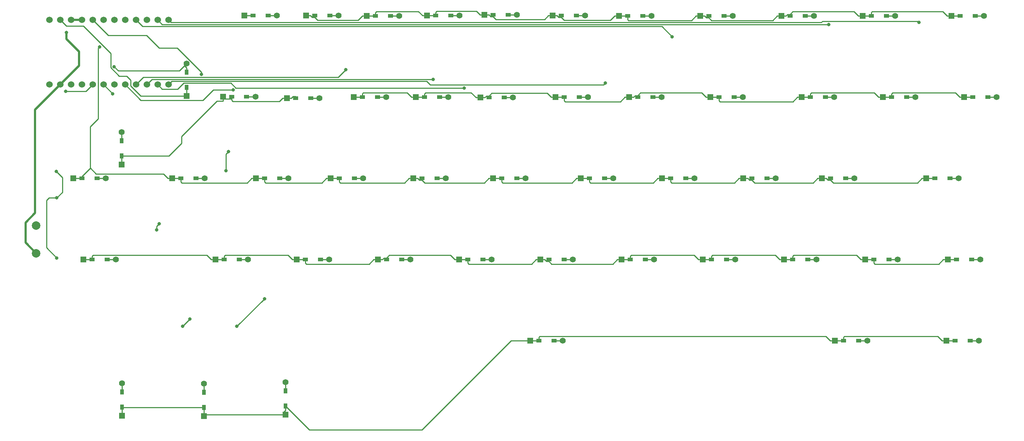
<source format=gtl>
G04 #@! TF.GenerationSoftware,KiCad,Pcbnew,(7.0.0)*
G04 #@! TF.CreationDate,2023-03-27T16:38:47+09:00*
G04 #@! TF.ProjectId,rowlow11,726f776c-6f77-4313-912e-6b696361645f,rev?*
G04 #@! TF.SameCoordinates,Original*
G04 #@! TF.FileFunction,Copper,L1,Top*
G04 #@! TF.FilePolarity,Positive*
%FSLAX46Y46*%
G04 Gerber Fmt 4.6, Leading zero omitted, Abs format (unit mm)*
G04 Created by KiCad (PCBNEW (7.0.0)) date 2023-03-27 16:38:47*
%MOMM*%
%LPD*%
G01*
G04 APERTURE LIST*
G04 #@! TA.AperFunction,ComponentPad*
%ADD10R,1.397000X1.397000*%
G04 #@! TD*
G04 #@! TA.AperFunction,SMDPad,CuDef*
%ADD11R,1.300000X0.950000*%
G04 #@! TD*
G04 #@! TA.AperFunction,ComponentPad*
%ADD12C,1.397000*%
G04 #@! TD*
G04 #@! TA.AperFunction,SMDPad,CuDef*
%ADD13R,0.950000X1.300000*%
G04 #@! TD*
G04 #@! TA.AperFunction,ComponentPad*
%ADD14C,2.000000*%
G04 #@! TD*
G04 #@! TA.AperFunction,ComponentPad*
%ADD15C,1.524000*%
G04 #@! TD*
G04 #@! TA.AperFunction,ViaPad*
%ADD16C,0.800000*%
G04 #@! TD*
G04 #@! TA.AperFunction,Conductor*
%ADD17C,0.250000*%
G04 #@! TD*
G04 #@! TA.AperFunction,Conductor*
%ADD18C,0.500000*%
G04 #@! TD*
G04 APERTURE END LIST*
D10*
X138458799Y-111918699D03*
D11*
X140493799Y-111918699D03*
X144043799Y-111918699D03*
D12*
X146078800Y-111918700D03*
D10*
X113289999Y-73699999D03*
D11*
X115324999Y-73699999D03*
X118874999Y-73699999D03*
D12*
X120910000Y-73700000D03*
D10*
X130146299Y-130968699D03*
D11*
X132181299Y-130968699D03*
X135731299Y-130968699D03*
D12*
X137766300Y-130968700D03*
D10*
X215871299Y-111918699D03*
D11*
X217906299Y-111918699D03*
X221456299Y-111918699D03*
D12*
X223491300Y-111918700D03*
D10*
X155164999Y-73549999D03*
D11*
X157199999Y-73549999D03*
X160749999Y-73549999D03*
D12*
X162785000Y-73550000D03*
D10*
X189071299Y-92868699D03*
D11*
X191106299Y-92868699D03*
X194656299Y-92868699D03*
D12*
X196691300Y-92868700D03*
D10*
X205739999Y-73818699D03*
D11*
X207774999Y-73818699D03*
X211324999Y-73818699D03*
D12*
X213360000Y-73818700D03*
D10*
X263496299Y-150018699D03*
D11*
X265531299Y-150018699D03*
X269081299Y-150018699D03*
D12*
X271116300Y-150018700D03*
D10*
X154189999Y-92949999D03*
D11*
X156224999Y-92949999D03*
X159774999Y-92949999D03*
D12*
X161810000Y-92950000D03*
D10*
X89324999Y-167634999D03*
D13*
X89324999Y-165599999D03*
X89324999Y-162049999D03*
D12*
X89325000Y-160015000D03*
D10*
X111096299Y-130968699D03*
D11*
X113131299Y-130968699D03*
X116681299Y-130968699D03*
D12*
X118716300Y-130968700D03*
D10*
X267652499Y-92868699D03*
D11*
X269687499Y-92868699D03*
X273237499Y-92868699D03*
D12*
X275272500Y-92868700D03*
D10*
X244446299Y-130968699D03*
D11*
X246481299Y-130968699D03*
X250031299Y-130968699D03*
D12*
X252066300Y-130968700D03*
D10*
X149196299Y-130968699D03*
D11*
X151231299Y-130968699D03*
X154781299Y-130968699D03*
D12*
X156816300Y-130968700D03*
D10*
X248602499Y-92868699D03*
D11*
X250637499Y-92868699D03*
X254187499Y-92868699D03*
D12*
X256222500Y-92868700D03*
D10*
X206346299Y-130968699D03*
D11*
X208381299Y-130968699D03*
X211931299Y-130968699D03*
D12*
X213966300Y-130968700D03*
D10*
X263804499Y-130968699D03*
D11*
X265839499Y-130968699D03*
X269389499Y-130968699D03*
D12*
X271424500Y-130968700D03*
D10*
X119062499Y-111918699D03*
D11*
X121097499Y-111918699D03*
X124647499Y-111918699D03*
D12*
X126682500Y-111918700D03*
D10*
X127539999Y-73774999D03*
D11*
X129574999Y-73774999D03*
X133124999Y-73774999D03*
D12*
X135160000Y-73775000D03*
D10*
X93789999Y-92749999D03*
D11*
X95824999Y-92749999D03*
X99374999Y-92749999D03*
D12*
X101410000Y-92750000D03*
D10*
X224789999Y-73818699D03*
D11*
X226824999Y-73818699D03*
X230374999Y-73818699D03*
D12*
X232410000Y-73818700D03*
D10*
X168246299Y-130968699D03*
D11*
X170281299Y-130968699D03*
X173831299Y-130968699D03*
D12*
X175866300Y-130968700D03*
D10*
X85249999Y-92559999D03*
D13*
X85249999Y-90524999D03*
X85249999Y-86974999D03*
D12*
X85250000Y-84940000D03*
D10*
X237302499Y-150018699D03*
D11*
X239337499Y-150018699D03*
X242887499Y-150018699D03*
D12*
X244922500Y-150018700D03*
D10*
X234314999Y-111918699D03*
D11*
X236349999Y-111918699D03*
X239899999Y-111918699D03*
D12*
X241935000Y-111918700D03*
D10*
X108814999Y-93049999D03*
D11*
X110849999Y-93049999D03*
X114399999Y-93049999D03*
D12*
X116435000Y-93050000D03*
D10*
X98839999Y-73649999D03*
D11*
X100874999Y-73649999D03*
X104424999Y-73649999D03*
D12*
X106460000Y-73650000D03*
D10*
X101571299Y-111918699D03*
D11*
X103606299Y-111918699D03*
X107156299Y-111918699D03*
D12*
X109191300Y-111918700D03*
D10*
X58708799Y-111918699D03*
D11*
X60743799Y-111918699D03*
X64293799Y-111918699D03*
D12*
X66328800Y-111918700D03*
D10*
X264664999Y-73818699D03*
D11*
X266699999Y-73818699D03*
X270249999Y-73818699D03*
D12*
X272285000Y-73818700D03*
D10*
X208121299Y-92868699D03*
D11*
X210156299Y-92868699D03*
X213706299Y-92868699D03*
D12*
X215741300Y-92868700D03*
D14*
X50006300Y-122956200D03*
X50006300Y-129456200D03*
D10*
X124439999Y-92849999D03*
D11*
X126474999Y-92849999D03*
X130024999Y-92849999D03*
D12*
X132060000Y-92850000D03*
D10*
X171164999Y-73724999D03*
D11*
X173199999Y-73724999D03*
X176749999Y-73724999D03*
D12*
X178785000Y-73725000D03*
D10*
X229552499Y-92868699D03*
D11*
X231587499Y-92868699D03*
X235137499Y-92868699D03*
D12*
X237172500Y-92868700D03*
D10*
X61089999Y-130968699D03*
D11*
X63124999Y-130968699D03*
X66674999Y-130968699D03*
D12*
X68710000Y-130968700D03*
D10*
X165864999Y-150018699D03*
D11*
X167899999Y-150018699D03*
X171449999Y-150018699D03*
D12*
X173485000Y-150018700D03*
D10*
X186689999Y-73818699D03*
D11*
X188724999Y-73818699D03*
X192274999Y-73818699D03*
D12*
X194310000Y-73818700D03*
D10*
X258733799Y-111918699D03*
D11*
X260768799Y-111918699D03*
X264318799Y-111918699D03*
D12*
X266353800Y-111918700D03*
D10*
X243839999Y-73818699D03*
D11*
X245874999Y-73818699D03*
X249424999Y-73818699D03*
D12*
X251460000Y-73818700D03*
D10*
X196821299Y-111918699D03*
D11*
X198856299Y-111918699D03*
X202406299Y-111918699D03*
D12*
X204441300Y-111918700D03*
D10*
X81914999Y-111918699D03*
D11*
X83949999Y-111918699D03*
X87499999Y-111918699D03*
D12*
X89535000Y-111918700D03*
D10*
X139064999Y-92849999D03*
D11*
X141099999Y-92849999D03*
X144649999Y-92849999D03*
D12*
X146685000Y-92850000D03*
D10*
X171796299Y-92868699D03*
D11*
X173831299Y-92868699D03*
X177381299Y-92868699D03*
D12*
X179416300Y-92868700D03*
D10*
X177771299Y-111918699D03*
D11*
X179806299Y-111918699D03*
X183356299Y-111918699D03*
D12*
X185391300Y-111918700D03*
D10*
X108499999Y-167359999D03*
D13*
X108499999Y-165324999D03*
X108499999Y-161774999D03*
D12*
X108500000Y-159740000D03*
D10*
X70124999Y-167559999D03*
D13*
X70124999Y-165524999D03*
X70124999Y-161974999D03*
D12*
X70125000Y-159940000D03*
D10*
X187296299Y-130968699D03*
D11*
X189331299Y-130968699D03*
X192881299Y-130968699D03*
D12*
X194916300Y-130968700D03*
D10*
X225396299Y-130968699D03*
D11*
X227431299Y-130968699D03*
X230981299Y-130968699D03*
D12*
X233016300Y-130968700D03*
D10*
X141664999Y-73699999D03*
D11*
X143699999Y-73699999D03*
X147249999Y-73699999D03*
D12*
X149285000Y-73700000D03*
D15*
X53065000Y-74682200D03*
X55605000Y-74682200D03*
X58145000Y-74682200D03*
X60685000Y-74682200D03*
X63225000Y-74682200D03*
X65765000Y-74682200D03*
X68305000Y-74682200D03*
X70845000Y-74682200D03*
X73385000Y-74682200D03*
X75925000Y-74682200D03*
X78465000Y-74682200D03*
X81005000Y-74682200D03*
X81005000Y-89902200D03*
X78465000Y-89902200D03*
X75925000Y-89902200D03*
X73385000Y-89902200D03*
X70845000Y-89902200D03*
X68305000Y-89902200D03*
X65765000Y-89902200D03*
X63225000Y-89902200D03*
X60685000Y-89902200D03*
X58145000Y-89902200D03*
X55605000Y-89902200D03*
X53065000Y-89902200D03*
D10*
X92046299Y-130968699D03*
D11*
X94081299Y-130968699D03*
X97631299Y-130968699D03*
D12*
X99666300Y-130968700D03*
D10*
X157162499Y-111918699D03*
D11*
X159197499Y-111918699D03*
X162747499Y-111918699D03*
D12*
X164782500Y-111918700D03*
D10*
X69999999Y-108684999D03*
D13*
X69999999Y-106649999D03*
X69999999Y-103099999D03*
D12*
X70000000Y-101065000D03*
D16*
X68301600Y-85676600D03*
X88762700Y-87453200D03*
X64881200Y-81017300D03*
X57125900Y-77666200D03*
X54690700Y-110298900D03*
X54836600Y-130563000D03*
X54836600Y-116480800D03*
X56875000Y-91462300D03*
X78240900Y-123963100D03*
X78842300Y-122511100D03*
X86047100Y-144879100D03*
X67901300Y-92038500D03*
X84336400Y-146589800D03*
X94472800Y-110075800D03*
X95057800Y-105601200D03*
X103524500Y-140128100D03*
X97064400Y-146588200D03*
X96166900Y-91109500D03*
X122594600Y-86426000D03*
X143079300Y-88649500D03*
X150404200Y-90684600D03*
X183500000Y-89549800D03*
X199182100Y-78646800D03*
X235925200Y-75779500D03*
X257097600Y-75329400D03*
D17*
X157200000Y-73950000D02*
X157866300Y-74616300D01*
X206251800Y-73818700D02*
X205740000Y-73818700D01*
X72115000Y-90183000D02*
X74492000Y-92560000D01*
X172188600Y-73725000D02*
X172588600Y-74125000D01*
X125509600Y-74781800D02*
X126516400Y-73775000D01*
X205740000Y-73818700D02*
X204716400Y-73818700D01*
X155165000Y-73550000D02*
X154141400Y-73550000D01*
X206763600Y-73818700D02*
X207163600Y-74218700D01*
X127540000Y-73775000D02*
X129575000Y-73775000D01*
X171165000Y-73725000D02*
X170141400Y-73725000D01*
X129575000Y-72974900D02*
X129826700Y-72723200D01*
X225301800Y-73818700D02*
X224790000Y-73818700D01*
X55605000Y-74682200D02*
X57105300Y-76182500D01*
X184700200Y-74784900D02*
X185666400Y-73818700D01*
X188948500Y-74842300D02*
X203692800Y-74842300D01*
X115325000Y-74100000D02*
X116006800Y-74781800D01*
X156588600Y-73950000D02*
X157200000Y-73950000D01*
X207163600Y-74218700D02*
X207775000Y-74218700D01*
X264665000Y-73818700D02*
X263641400Y-73818700D01*
X114313600Y-73700000D02*
X114713600Y-74100000D01*
X207775000Y-73818700D02*
X207775000Y-74218700D01*
X203692800Y-74842300D02*
X204716400Y-73818700D01*
X206251800Y-73818700D02*
X206763600Y-73818700D01*
X243840000Y-73818700D02*
X242816400Y-73818700D01*
X245875000Y-73018600D02*
X246098500Y-72795100D01*
X241792800Y-72795100D02*
X242816400Y-73818700D01*
X226825000Y-73418600D02*
X227448500Y-72795100D01*
X61076200Y-76182500D02*
X67469400Y-82575700D01*
X169250100Y-74616300D02*
X170141400Y-73725000D01*
X74492000Y-92560000D02*
X85250000Y-92560000D01*
X69481900Y-87910700D02*
X71210700Y-87910700D01*
X98840000Y-73650000D02*
X100875000Y-73650000D01*
X141665000Y-73700000D02*
X140641400Y-73700000D01*
X143955800Y-72644100D02*
X153235500Y-72644100D01*
X225813600Y-73818700D02*
X226213700Y-73418600D01*
X172588600Y-74125000D02*
X173200000Y-74125000D01*
X245875000Y-73818700D02*
X245875000Y-73018600D01*
X225301800Y-73818700D02*
X225813600Y-73818700D01*
X129826700Y-72723200D02*
X139664600Y-72723200D01*
X246098500Y-72795100D02*
X262617800Y-72795100D01*
X127540000Y-73775000D02*
X126516400Y-73775000D01*
X141665000Y-73700000D02*
X143700000Y-73700000D01*
X113290000Y-73700000D02*
X114313600Y-73700000D01*
X186690000Y-73818700D02*
X188725000Y-73818700D01*
X173859900Y-74784900D02*
X184700200Y-74784900D01*
X139664600Y-72723200D02*
X140641400Y-73700000D01*
X173200000Y-74125000D02*
X173859900Y-74784900D01*
X153235500Y-72644100D02*
X154141400Y-73550000D01*
X72115000Y-88815000D02*
X72115000Y-90183000D01*
X208398600Y-74842300D02*
X222742800Y-74842300D01*
X243840000Y-73818700D02*
X245875000Y-73818700D01*
X71210700Y-87910700D02*
X72115000Y-88815000D01*
X115325000Y-73700000D02*
X115325000Y-74100000D01*
X222742800Y-74842300D02*
X223766400Y-73818700D01*
X129575000Y-73775000D02*
X129575000Y-72974900D01*
X186690000Y-73818700D02*
X185666400Y-73818700D01*
X116006800Y-74781800D02*
X125509600Y-74781800D01*
X143700000Y-72899900D02*
X143955800Y-72644100D01*
X188725000Y-73818700D02*
X188725000Y-74618800D01*
X262617800Y-72795100D02*
X263641400Y-73818700D01*
X155165000Y-73550000D02*
X156188600Y-73550000D01*
X227448500Y-72795100D02*
X241792800Y-72795100D01*
X207775000Y-74218700D02*
X208398600Y-74842300D01*
X157866300Y-74616300D02*
X169250100Y-74616300D01*
X226825000Y-73818700D02*
X226825000Y-73418600D01*
X224790000Y-73818700D02*
X223766400Y-73818700D01*
X156188600Y-73550000D02*
X156588600Y-73950000D01*
X188725000Y-74618800D02*
X188948500Y-74842300D01*
X67469400Y-85898200D02*
X69481900Y-87910700D01*
X266700000Y-73818700D02*
X264665000Y-73818700D01*
X114713600Y-74100000D02*
X115325000Y-74100000D01*
X157200000Y-73550000D02*
X157200000Y-73950000D01*
X67469400Y-82575700D02*
X67469400Y-85898200D01*
X85250000Y-92560000D02*
X85250000Y-90525000D01*
X143700000Y-73700000D02*
X143700000Y-72899900D01*
X226213700Y-73418600D02*
X226825000Y-73418600D01*
X171165000Y-73725000D02*
X172188600Y-73725000D01*
X57105300Y-76182500D02*
X61076200Y-76182500D01*
X173200000Y-73725000D02*
X173200000Y-74125000D01*
X84735000Y-85484900D02*
X85250000Y-85999900D01*
X85250000Y-86975000D02*
X85250000Y-85999900D01*
X84735000Y-85455000D02*
X84735000Y-85484900D01*
X83594900Y-86625000D02*
X69250000Y-86625000D01*
X84735000Y-85484900D02*
X83594900Y-86625000D01*
X85250000Y-84940000D02*
X84735000Y-85455000D01*
X69250000Y-86625000D02*
X68301600Y-85676600D01*
X106460000Y-73650000D02*
X104425000Y-73650000D01*
X120910000Y-73700000D02*
X118875000Y-73700000D01*
X135160000Y-73775000D02*
X133125000Y-73775000D01*
X149285000Y-73700000D02*
X147250000Y-73700000D01*
X162785000Y-73550000D02*
X160750000Y-73550000D01*
X178785000Y-73725000D02*
X176750000Y-73725000D01*
X194310000Y-73818700D02*
X192275000Y-73818700D01*
X213360000Y-73818700D02*
X211325000Y-73818700D01*
X232410000Y-73818700D02*
X230375000Y-73818700D01*
X251460000Y-73818700D02*
X249425000Y-73818700D01*
X272285000Y-73818700D02*
X270250000Y-73818700D01*
X95825000Y-92750000D02*
X95825000Y-93261800D01*
X210156300Y-93668800D02*
X210379800Y-93892300D01*
X171796300Y-92868700D02*
X173831300Y-92868700D01*
X231587500Y-92068600D02*
X231811000Y-91845100D01*
X108815000Y-93050000D02*
X107791400Y-93050000D01*
X155213600Y-92950000D02*
X155613700Y-92549900D01*
X231587500Y-92868700D02*
X231587500Y-92068600D01*
X108815000Y-93050000D02*
X109838600Y-93050000D01*
X107003200Y-93838200D02*
X107791400Y-93050000D01*
X141100000Y-92850000D02*
X141100000Y-92049900D01*
X173831300Y-93668800D02*
X174054800Y-93892300D01*
X156225000Y-92549900D02*
X156848600Y-91926300D01*
X154190000Y-92950000D02*
X155213600Y-92950000D01*
X250637500Y-92068600D02*
X250861000Y-91845100D01*
X126698500Y-91826400D02*
X137017800Y-91826400D01*
X78832800Y-81290000D02*
X83069400Y-81290000D01*
X210379800Y-93892300D02*
X227505300Y-93892300D01*
X152035800Y-91819400D02*
X153166400Y-92950000D01*
X156225000Y-92950000D02*
X156225000Y-92549900D01*
X95825000Y-93550100D02*
X96113100Y-93838200D01*
X88762700Y-86983300D02*
X88762700Y-87453200D01*
X126475000Y-92850000D02*
X126475000Y-92049900D01*
X250861000Y-91845100D02*
X265605300Y-91845100D01*
X187024100Y-93892300D02*
X188047700Y-92868700D01*
X250637500Y-92868700D02*
X250637500Y-92068600D01*
X84075000Y-103675000D02*
X81100000Y-106650000D01*
X206074100Y-91845100D02*
X207097700Y-92868700D01*
X137017800Y-91826400D02*
X138041400Y-92850000D01*
X173831300Y-92868700D02*
X173831300Y-93668800D01*
X189071300Y-92868700D02*
X188047700Y-92868700D01*
X110850000Y-92649900D02*
X110238700Y-92649900D01*
X189071300Y-92868700D02*
X190094900Y-92868700D01*
X75877600Y-78334800D02*
X78832800Y-81290000D01*
X96113100Y-93838200D02*
X107003200Y-93838200D01*
X92376400Y-93773600D02*
X84075000Y-102075000D01*
X267652500Y-92868700D02*
X266628900Y-92868700D01*
X229552500Y-92868700D02*
X228528900Y-92868700D01*
X110238700Y-92649900D02*
X109838600Y-93050000D01*
X269687500Y-92868700D02*
X267652500Y-92868700D01*
X83069400Y-81290000D02*
X88762700Y-86983300D01*
X169830300Y-91926300D02*
X170772700Y-92868700D01*
X156848600Y-91926300D02*
X169830300Y-91926300D01*
X81100000Y-106650000D02*
X70000000Y-106650000D01*
X171796300Y-92868700D02*
X170772700Y-92868700D01*
X210156300Y-92868700D02*
X208121300Y-92868700D01*
X124440000Y-92850000D02*
X126475000Y-92850000D01*
X141330500Y-91819400D02*
X152035800Y-91819400D01*
X191106300Y-92468600D02*
X191729800Y-91845100D01*
X139065000Y-92850000D02*
X141100000Y-92850000D01*
X93790000Y-92750000D02*
X93790000Y-93261800D01*
X93790000Y-93261800D02*
X93790000Y-93773600D01*
X95825000Y-93261800D02*
X95825000Y-93550100D01*
X93790000Y-93773600D02*
X92376400Y-93773600D01*
X246555300Y-91845100D02*
X247578900Y-92868700D01*
X191729800Y-91845100D02*
X206074100Y-91845100D01*
X208121300Y-92868700D02*
X207097700Y-92868700D01*
X93790000Y-93261800D02*
X95825000Y-93261800D01*
X154190000Y-92950000D02*
X153166400Y-92950000D01*
X210156300Y-92868700D02*
X210156300Y-93668800D01*
X265605300Y-91845100D02*
X266628900Y-92868700D01*
X231811000Y-91845100D02*
X246555300Y-91845100D01*
X70000000Y-108685000D02*
X70000000Y-107661400D01*
X248602500Y-92868700D02*
X247578900Y-92868700D01*
X191106300Y-92868700D02*
X191106300Y-92468600D01*
X231587500Y-92868700D02*
X229552500Y-92868700D01*
X66877600Y-78334800D02*
X75877600Y-78334800D01*
X63225000Y-74682200D02*
X66877600Y-78334800D01*
X84075000Y-102075000D02*
X84075000Y-103675000D01*
X70000000Y-106650000D02*
X70000000Y-107661400D01*
X174054800Y-93892300D02*
X187024100Y-93892300D01*
X248602500Y-92868700D02*
X250637500Y-92868700D01*
X227505300Y-93892300D02*
X228528900Y-92868700D01*
X141100000Y-92049900D02*
X141330500Y-91819400D01*
X190495000Y-92468600D02*
X190094900Y-92868700D01*
X155613700Y-92549900D02*
X156225000Y-92549900D01*
X126475000Y-92049900D02*
X126698500Y-91826400D01*
X191106300Y-92468600D02*
X190495000Y-92468600D01*
X110850000Y-93050000D02*
X110850000Y-92649900D01*
X139065000Y-92850000D02*
X138041400Y-92850000D01*
X70000000Y-101065000D02*
X70000000Y-103100000D01*
X101410000Y-92750000D02*
X99375000Y-92750000D01*
X116435000Y-93050000D02*
X114400000Y-93050000D01*
X132060000Y-92850000D02*
X130025000Y-92850000D01*
X146685000Y-92850000D02*
X144650000Y-92850000D01*
X161810000Y-92950000D02*
X159775000Y-92950000D01*
X179416300Y-92868700D02*
X177381300Y-92868700D01*
X196691300Y-92868700D02*
X194656300Y-92868700D01*
X215741300Y-92868700D02*
X213706300Y-92868700D01*
X237172500Y-92868700D02*
X235137500Y-92868700D01*
X256222500Y-92868700D02*
X254187500Y-92868700D01*
X275272500Y-92868700D02*
X273237500Y-92868700D01*
X138458800Y-111918700D02*
X137435200Y-111918700D01*
X103606300Y-111918700D02*
X103606300Y-112718800D01*
X194774100Y-112942300D02*
X195797700Y-111918700D01*
X236974400Y-112942300D02*
X256686600Y-112942300D01*
X117015300Y-112942300D02*
X118038900Y-111918700D01*
X119062500Y-111918700D02*
X121097500Y-111918700D01*
X80891400Y-111918700D02*
X79867800Y-110895100D01*
X199079800Y-112942300D02*
X213824100Y-112942300D01*
X234826800Y-111918700D02*
X235338600Y-111918700D01*
X218530700Y-112942300D02*
X232267800Y-112942300D01*
X179806300Y-111918700D02*
X177771300Y-111918700D01*
X217906300Y-111918700D02*
X217906300Y-112317900D01*
X84173500Y-112942300D02*
X99524100Y-112942300D01*
X258733800Y-111918700D02*
X257710200Y-111918700D01*
X198856300Y-111918700D02*
X198856300Y-112718800D01*
X139482400Y-111918700D02*
X139882400Y-112318700D01*
X235737800Y-112317900D02*
X236350000Y-112317900D01*
X217906300Y-112317900D02*
X218530700Y-112942300D01*
X155115300Y-112942300D02*
X156138900Y-111918700D01*
X179806300Y-112718800D02*
X180029800Y-112942300D01*
X136411600Y-112942300D02*
X137435200Y-111918700D01*
X140493800Y-112318700D02*
X141117400Y-112942300D01*
X103829800Y-112942300D02*
X117015300Y-112942300D01*
X140493800Y-111918700D02*
X140493800Y-112318700D01*
X157162500Y-111918700D02*
X156138900Y-111918700D01*
X139882400Y-112318700D02*
X140493800Y-112318700D01*
X64553300Y-97871700D02*
X62675000Y-99750000D01*
X159197500Y-112718800D02*
X159421000Y-112942300D01*
X81915000Y-111918700D02*
X83950000Y-111918700D01*
X235338600Y-111918700D02*
X235737800Y-112317900D01*
X175724100Y-112942300D02*
X176747700Y-111918700D01*
X103606300Y-111918700D02*
X101571300Y-111918700D01*
X79867800Y-110895100D02*
X64064100Y-110895100D01*
X81915000Y-111918700D02*
X80891400Y-111918700D01*
X99524100Y-112942300D02*
X100547700Y-111918700D01*
X198856300Y-112718800D02*
X199079800Y-112942300D01*
X236350000Y-111918700D02*
X236350000Y-112317900D01*
X138458800Y-111918700D02*
X139482400Y-111918700D01*
X215871300Y-111918700D02*
X214847700Y-111918700D01*
X196821300Y-111918700D02*
X195797700Y-111918700D01*
X103606300Y-112718800D02*
X103829800Y-112942300D01*
X179806300Y-111918700D02*
X179806300Y-112718800D01*
X180029800Y-112942300D02*
X194774100Y-112942300D01*
X62675000Y-109506000D02*
X62715700Y-109546700D01*
X215871300Y-111918700D02*
X216894900Y-111918700D01*
X159197500Y-111918700D02*
X159197500Y-112718800D01*
X60743800Y-111456200D02*
X60743800Y-111918700D01*
X232267800Y-112942300D02*
X233291400Y-111918700D01*
X256686600Y-112942300D02*
X257710200Y-111918700D01*
X217294100Y-112317900D02*
X216894900Y-111918700D01*
X60743800Y-111918700D02*
X58708800Y-111918700D01*
X62675000Y-99750000D02*
X62675000Y-109506000D01*
X121097500Y-111918700D02*
X121097500Y-112718800D01*
X234315000Y-111918700D02*
X233291400Y-111918700D01*
X64881200Y-81017300D02*
X64553300Y-81345200D01*
X121097500Y-112718800D02*
X121321000Y-112942300D01*
X234826800Y-111918700D02*
X234315000Y-111918700D01*
X236350000Y-112317900D02*
X236974400Y-112942300D01*
X101571300Y-111918700D02*
X100547700Y-111918700D01*
X157162500Y-111918700D02*
X159197500Y-111918700D01*
X141117400Y-112942300D02*
X155115300Y-112942300D01*
X196821300Y-111918700D02*
X198856300Y-111918700D01*
X62715700Y-109546700D02*
X62653300Y-109546700D01*
X64553300Y-81345200D02*
X64553300Y-97871700D01*
X260768800Y-111918700D02*
X258733800Y-111918700D01*
X83950000Y-111918700D02*
X83950000Y-112718800D01*
X119062500Y-111918700D02*
X118038900Y-111918700D01*
X83950000Y-112718800D02*
X84173500Y-112942300D01*
X177771300Y-111918700D02*
X176747700Y-111918700D01*
X62653300Y-109546700D02*
X60743800Y-111456200D01*
X217906300Y-112317900D02*
X217294100Y-112317900D01*
X121321000Y-112942300D02*
X136411600Y-112942300D01*
X64064100Y-110895100D02*
X62715700Y-109546700D01*
X213824100Y-112942300D02*
X214847700Y-111918700D01*
X159421000Y-112942300D02*
X175724100Y-112942300D01*
X66328800Y-111918700D02*
X64293800Y-111918700D01*
X89535000Y-111918700D02*
X87500000Y-111918700D01*
X109191300Y-111918700D02*
X107156300Y-111918700D01*
X126682500Y-111918700D02*
X124647500Y-111918700D01*
X146078800Y-111918700D02*
X144043800Y-111918700D01*
X164782500Y-111918700D02*
X162747500Y-111918700D01*
X185391300Y-111918700D02*
X183356300Y-111918700D01*
X204441300Y-111918700D02*
X202406300Y-111918700D01*
X223491300Y-111918700D02*
X221456300Y-111918700D01*
X241935000Y-111918700D02*
X239900000Y-111918700D01*
X266353800Y-111918700D02*
X264318800Y-111918700D01*
X113131300Y-130968700D02*
X113131300Y-131768800D01*
X227431300Y-130968700D02*
X227431300Y-130168600D01*
X246481300Y-130968700D02*
X246481300Y-131768800D01*
X227431300Y-130168600D02*
X227654800Y-129945100D01*
X94081300Y-130168600D02*
X94304800Y-129945100D01*
X208381300Y-130168600D02*
X208604800Y-129945100D01*
X61090000Y-130968700D02*
X63125000Y-130968700D01*
X94304800Y-129945100D02*
X109049100Y-129945100D01*
X131570000Y-130568600D02*
X132181300Y-130568600D01*
X111096300Y-130968700D02*
X113131300Y-130968700D01*
X189331300Y-130968700D02*
X189331300Y-130168600D01*
X168246300Y-130968700D02*
X167222700Y-130968700D01*
X151231300Y-131768800D02*
X151454800Y-131992300D01*
X131169900Y-130968700D02*
X131570000Y-130568600D01*
X225396300Y-130968700D02*
X227431300Y-130968700D01*
X128099100Y-131992300D02*
X129122700Y-130968700D01*
X168758100Y-130968700D02*
X168246300Y-130968700D01*
X166199100Y-131992300D02*
X167222700Y-130968700D01*
X187296300Y-130968700D02*
X186272700Y-130968700D01*
X109049100Y-129945100D02*
X110072700Y-130968700D01*
X149196300Y-130968700D02*
X151231300Y-130968700D01*
X149196300Y-130968700D02*
X148172700Y-130968700D01*
X261757300Y-131992300D02*
X262780900Y-130968700D01*
X246704800Y-131992300D02*
X261757300Y-131992300D01*
X113354800Y-131992300D02*
X128099100Y-131992300D01*
X189554800Y-129945100D02*
X204299100Y-129945100D01*
X169669900Y-131368700D02*
X170281300Y-131368700D01*
X206346300Y-130968700D02*
X208381300Y-130968700D01*
X92046300Y-130968700D02*
X91022700Y-130968700D01*
X132181300Y-130968700D02*
X132181300Y-130568600D01*
X185249100Y-131992300D02*
X186272700Y-130968700D01*
X130146300Y-130968700D02*
X131169900Y-130968700D01*
X227654800Y-129945100D02*
X242399100Y-129945100D01*
X242399100Y-129945100D02*
X243422700Y-130968700D01*
X244446300Y-130968700D02*
X243422700Y-130968700D01*
X147149100Y-129945100D02*
X148172700Y-130968700D01*
X130146300Y-130968700D02*
X129122700Y-130968700D01*
X168758100Y-130968700D02*
X169269900Y-130968700D01*
X63125000Y-130968700D02*
X63125000Y-130168600D01*
X225396300Y-130968700D02*
X224372700Y-130968700D01*
X92046300Y-130968700D02*
X94081300Y-130968700D01*
X113131300Y-131768800D02*
X113354800Y-131992300D01*
X170281300Y-131368700D02*
X170904900Y-131992300D01*
X246481300Y-131768800D02*
X246704800Y-131992300D01*
X208381300Y-130968700D02*
X208381300Y-130168600D01*
X263804500Y-130968700D02*
X262780900Y-130968700D01*
X63348500Y-129945100D02*
X89999100Y-129945100D01*
X132804800Y-129945100D02*
X147149100Y-129945100D01*
X244446300Y-130968700D02*
X246481300Y-130968700D01*
X187296300Y-130968700D02*
X189331300Y-130968700D01*
X169269900Y-130968700D02*
X169669900Y-131368700D01*
X63125000Y-130168600D02*
X63348500Y-129945100D01*
X206346300Y-130968700D02*
X205322700Y-130968700D01*
X170281300Y-130968700D02*
X170281300Y-131368700D01*
X94081300Y-130968700D02*
X94081300Y-130168600D01*
X111096300Y-130968700D02*
X110072700Y-130968700D01*
X265839500Y-130968700D02*
X263804500Y-130968700D01*
X223349100Y-129945100D02*
X224372700Y-130968700D01*
X151231300Y-130968700D02*
X151231300Y-131768800D01*
X170904900Y-131992300D02*
X185249100Y-131992300D01*
X132181300Y-130568600D02*
X132804800Y-129945100D01*
X208604800Y-129945100D02*
X223349100Y-129945100D01*
X189331300Y-130168600D02*
X189554800Y-129945100D01*
X89999100Y-129945100D02*
X91022700Y-130968700D01*
X204299100Y-129945100D02*
X205322700Y-130968700D01*
X151454800Y-131992300D02*
X166199100Y-131992300D01*
X68710000Y-130968700D02*
X66675000Y-130968700D01*
X99666300Y-130968700D02*
X97631300Y-130968700D01*
X118716300Y-130968700D02*
X116681300Y-130968700D01*
X137766300Y-130968700D02*
X135731300Y-130968700D01*
X156816300Y-130968700D02*
X154781300Y-130968700D01*
X175866300Y-130968700D02*
X173831300Y-130968700D01*
X194916300Y-130968700D02*
X192881300Y-130968700D01*
X213966300Y-130968700D02*
X211931300Y-130968700D01*
X233016300Y-130968700D02*
X230981300Y-130968700D01*
X252066300Y-130968700D02*
X250031300Y-130968700D01*
X271424500Y-130968700D02*
X269389500Y-130968700D01*
X70125000Y-165600000D02*
X70125000Y-165525000D01*
X107988200Y-167360000D02*
X107476400Y-167360000D01*
X89325000Y-166000000D02*
X89325000Y-167360000D01*
X107988200Y-167360000D02*
X107988200Y-166811900D01*
X108500000Y-165325000D02*
X114100000Y-170925000D01*
X167900000Y-149218600D02*
X168123500Y-148995100D01*
X261449100Y-148995100D02*
X262472700Y-150018700D01*
X108500000Y-165325000D02*
X108500000Y-166300100D01*
X88925000Y-165600000D02*
X89325000Y-166000000D01*
X237302500Y-150018700D02*
X236278900Y-150018700D01*
X89325000Y-165600000D02*
X88925000Y-165600000D01*
X89325000Y-167360000D02*
X107476400Y-167360000D01*
X107988200Y-166811900D02*
X108500000Y-166300100D01*
X70125000Y-167560000D02*
X70125000Y-165600000D01*
X235255300Y-148995100D02*
X236278900Y-150018700D01*
X114100000Y-170925000D02*
X140475000Y-170925000D01*
X140475000Y-170925000D02*
X161381300Y-150018700D01*
X165865000Y-150018700D02*
X167900000Y-150018700D01*
X89325000Y-167360000D02*
X89325000Y-167635000D01*
X70125000Y-165600000D02*
X88925000Y-165600000D01*
X237302500Y-150018700D02*
X239337500Y-150018700D01*
X239561000Y-148995100D02*
X261449100Y-148995100D01*
X168123500Y-148995100D02*
X235255300Y-148995100D01*
X108500000Y-167360000D02*
X107988200Y-167360000D01*
X263496300Y-150018700D02*
X262472700Y-150018700D01*
X239337500Y-149218600D02*
X239561000Y-148995100D01*
X161381300Y-150018700D02*
X165865000Y-150018700D01*
X239337500Y-150018700D02*
X239337500Y-149218600D01*
X265531300Y-150018700D02*
X263496300Y-150018700D01*
X167900000Y-150018700D02*
X167900000Y-149218600D01*
X70125000Y-159940000D02*
X70125000Y-161975000D01*
X89325000Y-160015000D02*
X89325000Y-162050000D01*
X108500000Y-161775000D02*
X108500000Y-159740000D01*
X173485000Y-150018700D02*
X171450000Y-150018700D01*
X244922500Y-150018700D02*
X242887500Y-150018700D01*
X271116300Y-150018700D02*
X269081300Y-150018700D01*
D18*
X55605000Y-89902200D02*
X60025000Y-85482200D01*
X47475000Y-122275000D02*
X49725000Y-120025000D01*
X47475000Y-126924900D02*
X47475000Y-122275000D01*
X50006300Y-129456200D02*
X47475000Y-126924900D01*
X60685000Y-74682200D02*
X58145000Y-74682200D01*
X49725000Y-120025000D02*
X49725000Y-95782200D01*
X60025000Y-85482200D02*
X60025000Y-82125000D01*
X49725000Y-95782200D02*
X55605000Y-89902200D01*
X60025000Y-82125000D02*
X57125900Y-79225900D01*
X57125900Y-79225900D02*
X57125900Y-77666200D01*
D17*
X63225000Y-89902200D02*
X61664900Y-91462300D01*
X56125000Y-115192400D02*
X56125000Y-111733200D01*
X52425000Y-128151400D02*
X54836600Y-130563000D01*
X61664900Y-91462300D02*
X56875000Y-91462300D01*
X53019200Y-116480800D02*
X52429900Y-117070100D01*
X52429900Y-117070100D02*
X52429900Y-127845773D01*
X56125000Y-111733200D02*
X54690700Y-110298900D01*
X52425000Y-127850673D02*
X52425000Y-128151400D01*
X54836600Y-116480800D02*
X53019200Y-116480800D01*
X52429900Y-127845773D02*
X52425000Y-127850673D01*
X54836600Y-116480800D02*
X56125000Y-115192400D01*
X65765000Y-89902200D02*
X67901300Y-92038500D01*
X78240900Y-123112500D02*
X78842300Y-122511100D01*
X78240900Y-123963100D02*
X78240900Y-123112500D01*
X86047100Y-144879100D02*
X84336400Y-146589800D01*
X94472800Y-106186200D02*
X94472800Y-110075800D01*
X95057800Y-105601200D02*
X94472800Y-106186200D01*
X103524500Y-140128100D02*
X97064400Y-146588200D01*
X89076700Y-93583700D02*
X91550900Y-91109500D01*
X70845000Y-89902200D02*
X74526500Y-93583700D01*
X91550900Y-91109500D02*
X96166900Y-91109500D01*
X74526500Y-93583700D02*
X89076700Y-93583700D01*
X73385000Y-89902200D02*
X75098400Y-88188800D01*
X120831800Y-88188800D02*
X122594600Y-86426000D01*
X75098400Y-88188800D02*
X120831800Y-88188800D01*
X77177700Y-88649500D02*
X143079300Y-88649500D01*
X75925000Y-89902200D02*
X77177700Y-88649500D01*
X96793300Y-90684600D02*
X150404200Y-90684600D01*
X84640400Y-89549900D02*
X95658600Y-89549900D01*
X95658600Y-89549900D02*
X96793300Y-90684600D01*
X79554000Y-90991200D02*
X83199100Y-90991200D01*
X78465000Y-89902200D02*
X79554000Y-90991200D01*
X83199100Y-90991200D02*
X84640400Y-89549900D01*
X81807500Y-89099700D02*
X141558100Y-89099700D01*
X150704505Y-89959600D02*
X150719905Y-89975000D01*
X142433400Y-89975000D02*
X150088495Y-89975000D01*
X141558100Y-89099700D02*
X142433400Y-89975000D01*
X150088495Y-89975000D02*
X150103895Y-89959600D01*
X150103895Y-89959600D02*
X150704505Y-89959600D01*
X81005000Y-89902200D02*
X81807500Y-89099700D01*
X150719905Y-89975000D02*
X183074800Y-89975000D01*
X183074800Y-89975000D02*
X183500000Y-89549800D01*
X196765000Y-76229700D02*
X199182100Y-78646800D01*
X73385000Y-74682200D02*
X74932500Y-76229700D01*
X74932500Y-76229700D02*
X196765000Y-76229700D01*
X79562300Y-75779500D02*
X235925200Y-75779500D01*
X78465000Y-74682200D02*
X79562300Y-75779500D01*
X234130100Y-75329400D02*
X81652200Y-75329400D01*
X257097600Y-75329400D02*
X256804700Y-75036500D01*
X234423000Y-75036500D02*
X234130100Y-75329400D01*
X256804700Y-75036500D02*
X234423000Y-75036500D01*
X81652200Y-75329400D02*
X81005000Y-74682200D01*
M02*

</source>
